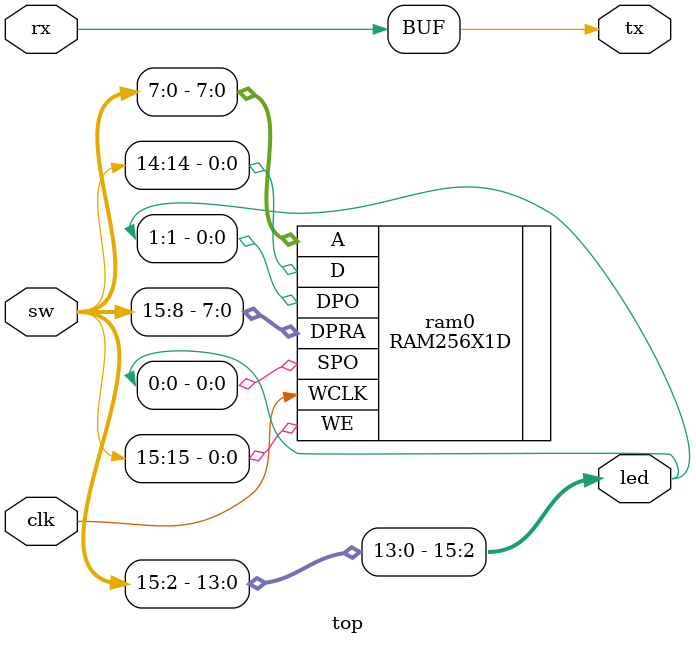
<source format=v>

module top (
    input  wire clk,

    input  wire rx,
    output wire tx,

    input  wire [15:0] sw,
    output wire [15:0] led
);
    RAM256X1D #(
        .INIT(256'b10)
    ) ram0 (
        .WCLK   (clk),
        .A      (sw[7:0]),
        .DPRA   (sw[15:8]),
        .SPO    (led[0]),
        .DPO    (led[1]),
        .D      (sw[14]),
        .WE     (sw[15])
    );

    assign led[15:2] = sw[15:2];
    assign tx = rx;

endmodule

</source>
